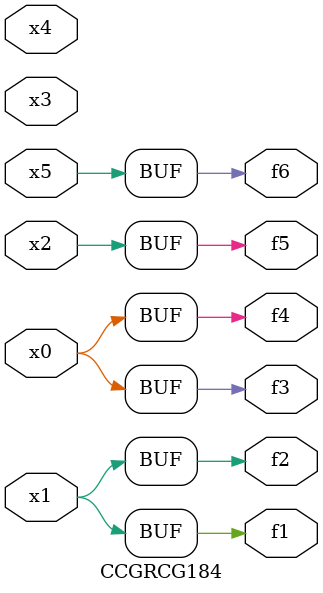
<source format=v>
module CCGRCG184(
	input x0, x1, x2, x3, x4, x5,
	output f1, f2, f3, f4, f5, f6
);
	assign f1 = x1;
	assign f2 = x1;
	assign f3 = x0;
	assign f4 = x0;
	assign f5 = x2;
	assign f6 = x5;
endmodule

</source>
